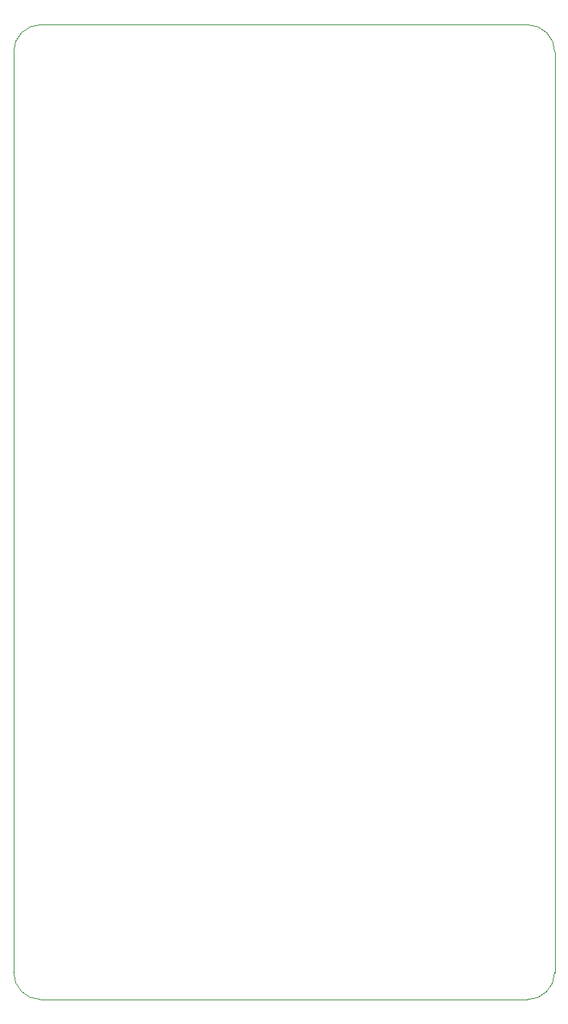
<source format=gbr>
%TF.GenerationSoftware,Altium Limited,Altium Designer,25.7.1 (20)*%
G04 Layer_Color=0*
%FSLAX45Y45*%
%MOMM*%
%TF.SameCoordinates,F992C923-051B-4CFE-8532-EDB8D3AF3AE8*%
%TF.FilePolarity,Positive*%
%TF.FileFunction,Profile,NP*%
%TF.Part,Single*%
G01*
G75*
%TA.AperFunction,Profile*%
%ADD33C,0.02540*%
D33*
X10000000Y10300000D02*
X10000000Y20500000D01*
D02*
G02*
X10300000Y20800000I300000J0D01*
G01*
X15700000D01*
D02*
G02*
X16000000Y20500000I0J-300000D01*
G01*
Y10300000D01*
D02*
G02*
X15700000Y10000000I-300000J0D01*
G01*
X10300000D01*
D02*
G02*
X10000000Y10300000I0J300000D01*
G01*
%TF.MD5,741def14a9cb226e7ffa1b9cd4be2de0*%
M02*

</source>
